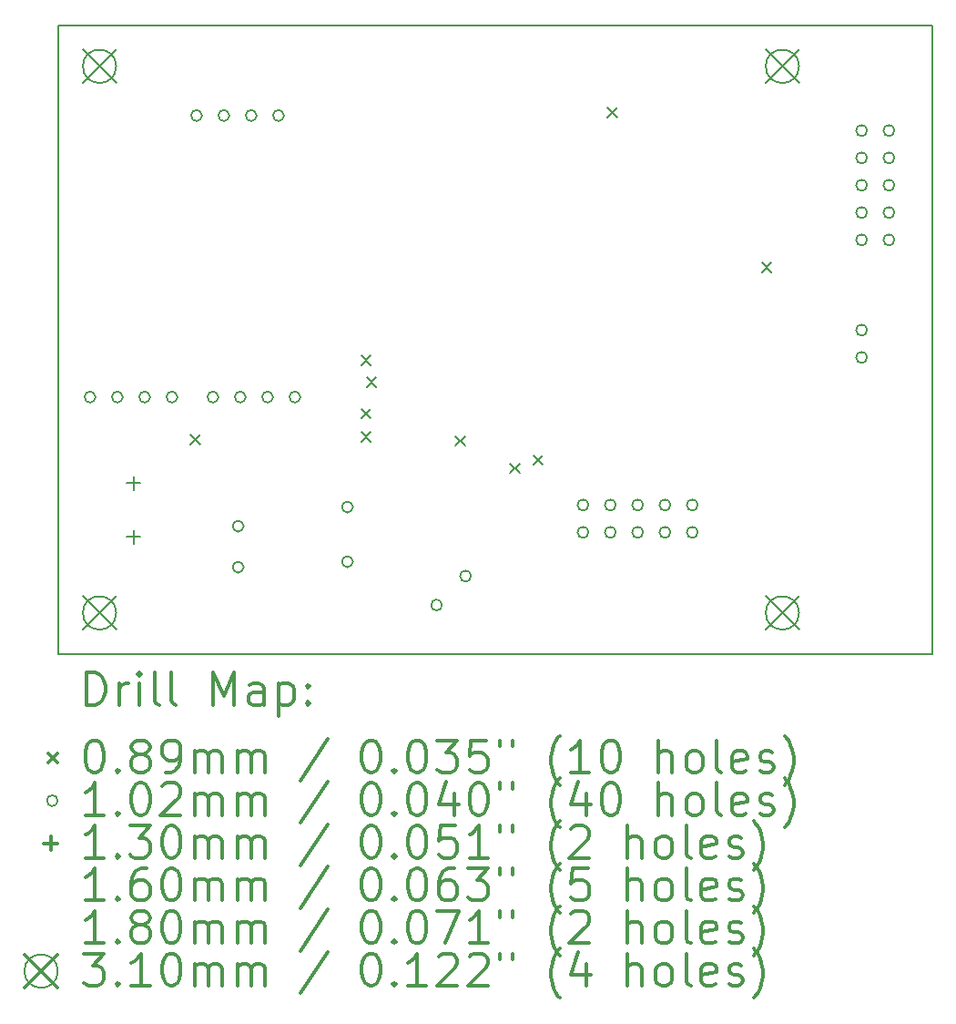
<source format=gbr>
%FSLAX45Y45*%
G04 Gerber Fmt 4.5, Leading zero omitted, Abs format (unit mm)*
G04 Created by KiCad (PCBNEW (2014-08-20 BZR 5085)-product) date Wed 10 Sep 2014 10:30:56 AM EEST*
%MOMM*%
G01*
G04 APERTURE LIST*
%ADD10C,0.127000*%
%ADD11C,0.150000*%
%ADD12C,0.200000*%
%ADD13C,0.300000*%
G04 APERTURE END LIST*
D10*
D11*
X0Y0D02*
X8128000Y0D01*
X0Y-5842000D02*
X0Y0D01*
X8128000Y-5842000D02*
X0Y-5842000D01*
X8128000Y0D02*
X8128000Y-5842000D01*
D12*
X1225550Y-3803650D02*
X1314450Y-3892550D01*
X1314450Y-3803650D02*
X1225550Y-3892550D01*
X2813050Y-3067050D02*
X2901950Y-3155950D01*
X2901950Y-3067050D02*
X2813050Y-3155950D01*
X2813050Y-3562350D02*
X2901950Y-3651250D01*
X2901950Y-3562350D02*
X2813050Y-3651250D01*
X2813050Y-3778250D02*
X2901950Y-3867150D01*
X2901950Y-3778250D02*
X2813050Y-3867150D01*
X2863850Y-3270250D02*
X2952750Y-3359150D01*
X2952750Y-3270250D02*
X2863850Y-3359150D01*
X3689350Y-3816350D02*
X3778250Y-3905250D01*
X3778250Y-3816350D02*
X3689350Y-3905250D01*
X4197350Y-4070350D02*
X4286250Y-4159250D01*
X4286250Y-4070350D02*
X4197350Y-4159250D01*
X4413250Y-3994150D02*
X4502150Y-4083050D01*
X4502150Y-3994150D02*
X4413250Y-4083050D01*
X5103659Y-766609D02*
X5192559Y-855509D01*
X5192559Y-766609D02*
X5103659Y-855509D01*
X6540500Y-2203450D02*
X6629400Y-2292350D01*
X6629400Y-2203450D02*
X6540500Y-2292350D01*
X342900Y-3454400D02*
G75*
G03X342900Y-3454400I-50800J0D01*
G74*
G01*
X596900Y-3454400D02*
G75*
G03X596900Y-3454400I-50800J0D01*
G74*
G01*
X850900Y-3454400D02*
G75*
G03X850900Y-3454400I-50800J0D01*
G74*
G01*
X1104900Y-3454400D02*
G75*
G03X1104900Y-3454400I-50800J0D01*
G74*
G01*
X1333500Y-838200D02*
G75*
G03X1333500Y-838200I-50800J0D01*
G74*
G01*
X1485900Y-3454400D02*
G75*
G03X1485900Y-3454400I-50800J0D01*
G74*
G01*
X1587500Y-838200D02*
G75*
G03X1587500Y-838200I-50800J0D01*
G74*
G01*
X1720850Y-4654550D02*
G75*
G03X1720850Y-4654550I-50800J0D01*
G74*
G01*
X1720850Y-5035550D02*
G75*
G03X1720850Y-5035550I-50800J0D01*
G74*
G01*
X1739900Y-3454400D02*
G75*
G03X1739900Y-3454400I-50800J0D01*
G74*
G01*
X1841500Y-838200D02*
G75*
G03X1841500Y-838200I-50800J0D01*
G74*
G01*
X1993900Y-3454400D02*
G75*
G03X1993900Y-3454400I-50800J0D01*
G74*
G01*
X2095500Y-838200D02*
G75*
G03X2095500Y-838200I-50800J0D01*
G74*
G01*
X2247900Y-3454400D02*
G75*
G03X2247900Y-3454400I-50800J0D01*
G74*
G01*
X2736850Y-4476750D02*
G75*
G03X2736850Y-4476750I-50800J0D01*
G74*
G01*
X2736850Y-4984750D02*
G75*
G03X2736850Y-4984750I-50800J0D01*
G74*
G01*
X3565992Y-5387508D02*
G75*
G03X3565992Y-5387508I-50800J0D01*
G74*
G01*
X3835400Y-5118100D02*
G75*
G03X3835400Y-5118100I-50800J0D01*
G74*
G01*
X4927600Y-4457700D02*
G75*
G03X4927600Y-4457700I-50800J0D01*
G74*
G01*
X4927600Y-4711700D02*
G75*
G03X4927600Y-4711700I-50800J0D01*
G74*
G01*
X5181600Y-4457700D02*
G75*
G03X5181600Y-4457700I-50800J0D01*
G74*
G01*
X5181600Y-4711700D02*
G75*
G03X5181600Y-4711700I-50800J0D01*
G74*
G01*
X5435600Y-4457700D02*
G75*
G03X5435600Y-4457700I-50800J0D01*
G74*
G01*
X5435600Y-4711700D02*
G75*
G03X5435600Y-4711700I-50800J0D01*
G74*
G01*
X5689600Y-4457700D02*
G75*
G03X5689600Y-4457700I-50800J0D01*
G74*
G01*
X5689600Y-4711700D02*
G75*
G03X5689600Y-4711700I-50800J0D01*
G74*
G01*
X5943600Y-4457700D02*
G75*
G03X5943600Y-4457700I-50800J0D01*
G74*
G01*
X5943600Y-4711700D02*
G75*
G03X5943600Y-4711700I-50800J0D01*
G74*
G01*
X7518400Y-977900D02*
G75*
G03X7518400Y-977900I-50800J0D01*
G74*
G01*
X7518400Y-1231900D02*
G75*
G03X7518400Y-1231900I-50800J0D01*
G74*
G01*
X7518400Y-1485900D02*
G75*
G03X7518400Y-1485900I-50800J0D01*
G74*
G01*
X7518400Y-1739900D02*
G75*
G03X7518400Y-1739900I-50800J0D01*
G74*
G01*
X7518400Y-1993900D02*
G75*
G03X7518400Y-1993900I-50800J0D01*
G74*
G01*
X7518400Y-2832100D02*
G75*
G03X7518400Y-2832100I-50800J0D01*
G74*
G01*
X7518400Y-3086100D02*
G75*
G03X7518400Y-3086100I-50800J0D01*
G74*
G01*
X7772400Y-977900D02*
G75*
G03X7772400Y-977900I-50800J0D01*
G74*
G01*
X7772400Y-1231900D02*
G75*
G03X7772400Y-1231900I-50800J0D01*
G74*
G01*
X7772400Y-1485900D02*
G75*
G03X7772400Y-1485900I-50800J0D01*
G74*
G01*
X7772400Y-1739900D02*
G75*
G03X7772400Y-1739900I-50800J0D01*
G74*
G01*
X7772400Y-1993900D02*
G75*
G03X7772400Y-1993900I-50800J0D01*
G74*
G01*
X698500Y-4189476D02*
X698500Y-4319524D01*
X633476Y-4254500D02*
X763524Y-4254500D01*
X698500Y-4689602D02*
X698500Y-4819650D01*
X633476Y-4754626D02*
X763524Y-4754626D01*
X225933Y-225933D02*
X536067Y-536067D01*
X536067Y-225933D02*
X225933Y-536067D01*
X536067Y-381000D02*
G75*
G03X536067Y-381000I-155067J0D01*
G74*
G01*
X225933Y-5305933D02*
X536067Y-5616067D01*
X536067Y-5305933D02*
X225933Y-5616067D01*
X536067Y-5461000D02*
G75*
G03X536067Y-5461000I-155067J0D01*
G74*
G01*
X6575933Y-225933D02*
X6886067Y-536067D01*
X6886067Y-225933D02*
X6575933Y-536067D01*
X6886067Y-381000D02*
G75*
G03X6886067Y-381000I-155067J0D01*
G74*
G01*
X6575933Y-5305933D02*
X6886067Y-5616067D01*
X6886067Y-5305933D02*
X6575933Y-5616067D01*
X6886067Y-5461000D02*
G75*
G03X6886067Y-5461000I-155067J0D01*
G74*
G01*
D13*
X263929Y-6315214D02*
X263929Y-6015214D01*
X335357Y-6015214D01*
X378214Y-6029500D01*
X406786Y-6058071D01*
X421071Y-6086643D01*
X435357Y-6143786D01*
X435357Y-6186643D01*
X421071Y-6243786D01*
X406786Y-6272357D01*
X378214Y-6300929D01*
X335357Y-6315214D01*
X263929Y-6315214D01*
X563929Y-6315214D02*
X563929Y-6115214D01*
X563929Y-6172357D02*
X578214Y-6143786D01*
X592500Y-6129500D01*
X621071Y-6115214D01*
X649643Y-6115214D01*
X749643Y-6315214D02*
X749643Y-6115214D01*
X749643Y-6015214D02*
X735357Y-6029500D01*
X749643Y-6043786D01*
X763928Y-6029500D01*
X749643Y-6015214D01*
X749643Y-6043786D01*
X935357Y-6315214D02*
X906786Y-6300929D01*
X892500Y-6272357D01*
X892500Y-6015214D01*
X1092500Y-6315214D02*
X1063929Y-6300929D01*
X1049643Y-6272357D01*
X1049643Y-6015214D01*
X1435357Y-6315214D02*
X1435357Y-6015214D01*
X1535357Y-6229500D01*
X1635357Y-6015214D01*
X1635357Y-6315214D01*
X1906786Y-6315214D02*
X1906786Y-6158071D01*
X1892500Y-6129500D01*
X1863928Y-6115214D01*
X1806786Y-6115214D01*
X1778214Y-6129500D01*
X1906786Y-6300929D02*
X1878214Y-6315214D01*
X1806786Y-6315214D01*
X1778214Y-6300929D01*
X1763928Y-6272357D01*
X1763928Y-6243786D01*
X1778214Y-6215214D01*
X1806786Y-6200929D01*
X1878214Y-6200929D01*
X1906786Y-6186643D01*
X2049643Y-6115214D02*
X2049643Y-6415214D01*
X2049643Y-6129500D02*
X2078214Y-6115214D01*
X2135357Y-6115214D01*
X2163929Y-6129500D01*
X2178214Y-6143786D01*
X2192500Y-6172357D01*
X2192500Y-6258071D01*
X2178214Y-6286643D01*
X2163929Y-6300929D01*
X2135357Y-6315214D01*
X2078214Y-6315214D01*
X2049643Y-6300929D01*
X2321071Y-6286643D02*
X2335357Y-6300929D01*
X2321071Y-6315214D01*
X2306786Y-6300929D01*
X2321071Y-6286643D01*
X2321071Y-6315214D01*
X2321071Y-6129500D02*
X2335357Y-6143786D01*
X2321071Y-6158071D01*
X2306786Y-6143786D01*
X2321071Y-6129500D01*
X2321071Y-6158071D01*
X-96400Y-6765050D02*
X-7500Y-6853950D01*
X-7500Y-6765050D02*
X-96400Y-6853950D01*
X321071Y-6645214D02*
X349643Y-6645214D01*
X378214Y-6659500D01*
X392500Y-6673786D01*
X406786Y-6702357D01*
X421071Y-6759500D01*
X421071Y-6830929D01*
X406786Y-6888071D01*
X392500Y-6916643D01*
X378214Y-6930929D01*
X349643Y-6945214D01*
X321071Y-6945214D01*
X292500Y-6930929D01*
X278214Y-6916643D01*
X263929Y-6888071D01*
X249643Y-6830929D01*
X249643Y-6759500D01*
X263929Y-6702357D01*
X278214Y-6673786D01*
X292500Y-6659500D01*
X321071Y-6645214D01*
X549643Y-6916643D02*
X563929Y-6930929D01*
X549643Y-6945214D01*
X535357Y-6930929D01*
X549643Y-6916643D01*
X549643Y-6945214D01*
X735357Y-6773786D02*
X706786Y-6759500D01*
X692500Y-6745214D01*
X678214Y-6716643D01*
X678214Y-6702357D01*
X692500Y-6673786D01*
X706786Y-6659500D01*
X735357Y-6645214D01*
X792500Y-6645214D01*
X821071Y-6659500D01*
X835357Y-6673786D01*
X849643Y-6702357D01*
X849643Y-6716643D01*
X835357Y-6745214D01*
X821071Y-6759500D01*
X792500Y-6773786D01*
X735357Y-6773786D01*
X706786Y-6788071D01*
X692500Y-6802357D01*
X678214Y-6830929D01*
X678214Y-6888071D01*
X692500Y-6916643D01*
X706786Y-6930929D01*
X735357Y-6945214D01*
X792500Y-6945214D01*
X821071Y-6930929D01*
X835357Y-6916643D01*
X849643Y-6888071D01*
X849643Y-6830929D01*
X835357Y-6802357D01*
X821071Y-6788071D01*
X792500Y-6773786D01*
X992500Y-6945214D02*
X1049643Y-6945214D01*
X1078214Y-6930929D01*
X1092500Y-6916643D01*
X1121071Y-6873786D01*
X1135357Y-6816643D01*
X1135357Y-6702357D01*
X1121071Y-6673786D01*
X1106786Y-6659500D01*
X1078214Y-6645214D01*
X1021071Y-6645214D01*
X992500Y-6659500D01*
X978214Y-6673786D01*
X963928Y-6702357D01*
X963928Y-6773786D01*
X978214Y-6802357D01*
X992500Y-6816643D01*
X1021071Y-6830929D01*
X1078214Y-6830929D01*
X1106786Y-6816643D01*
X1121071Y-6802357D01*
X1135357Y-6773786D01*
X1263929Y-6945214D02*
X1263929Y-6745214D01*
X1263929Y-6773786D02*
X1278214Y-6759500D01*
X1306786Y-6745214D01*
X1349643Y-6745214D01*
X1378214Y-6759500D01*
X1392500Y-6788071D01*
X1392500Y-6945214D01*
X1392500Y-6788071D02*
X1406786Y-6759500D01*
X1435357Y-6745214D01*
X1478214Y-6745214D01*
X1506786Y-6759500D01*
X1521071Y-6788071D01*
X1521071Y-6945214D01*
X1663928Y-6945214D02*
X1663928Y-6745214D01*
X1663928Y-6773786D02*
X1678214Y-6759500D01*
X1706786Y-6745214D01*
X1749643Y-6745214D01*
X1778214Y-6759500D01*
X1792500Y-6788071D01*
X1792500Y-6945214D01*
X1792500Y-6788071D02*
X1806786Y-6759500D01*
X1835357Y-6745214D01*
X1878214Y-6745214D01*
X1906786Y-6759500D01*
X1921071Y-6788071D01*
X1921071Y-6945214D01*
X2506786Y-6630929D02*
X2249643Y-7016643D01*
X2892500Y-6645214D02*
X2921071Y-6645214D01*
X2949643Y-6659500D01*
X2963928Y-6673786D01*
X2978214Y-6702357D01*
X2992500Y-6759500D01*
X2992500Y-6830929D01*
X2978214Y-6888071D01*
X2963928Y-6916643D01*
X2949643Y-6930929D01*
X2921071Y-6945214D01*
X2892500Y-6945214D01*
X2863928Y-6930929D01*
X2849643Y-6916643D01*
X2835357Y-6888071D01*
X2821071Y-6830929D01*
X2821071Y-6759500D01*
X2835357Y-6702357D01*
X2849643Y-6673786D01*
X2863928Y-6659500D01*
X2892500Y-6645214D01*
X3121071Y-6916643D02*
X3135357Y-6930929D01*
X3121071Y-6945214D01*
X3106786Y-6930929D01*
X3121071Y-6916643D01*
X3121071Y-6945214D01*
X3321071Y-6645214D02*
X3349643Y-6645214D01*
X3378214Y-6659500D01*
X3392500Y-6673786D01*
X3406785Y-6702357D01*
X3421071Y-6759500D01*
X3421071Y-6830929D01*
X3406785Y-6888071D01*
X3392500Y-6916643D01*
X3378214Y-6930929D01*
X3349643Y-6945214D01*
X3321071Y-6945214D01*
X3292500Y-6930929D01*
X3278214Y-6916643D01*
X3263928Y-6888071D01*
X3249643Y-6830929D01*
X3249643Y-6759500D01*
X3263928Y-6702357D01*
X3278214Y-6673786D01*
X3292500Y-6659500D01*
X3321071Y-6645214D01*
X3521071Y-6645214D02*
X3706785Y-6645214D01*
X3606785Y-6759500D01*
X3649643Y-6759500D01*
X3678214Y-6773786D01*
X3692500Y-6788071D01*
X3706785Y-6816643D01*
X3706785Y-6888071D01*
X3692500Y-6916643D01*
X3678214Y-6930929D01*
X3649643Y-6945214D01*
X3563928Y-6945214D01*
X3535357Y-6930929D01*
X3521071Y-6916643D01*
X3978214Y-6645214D02*
X3835357Y-6645214D01*
X3821071Y-6788071D01*
X3835357Y-6773786D01*
X3863928Y-6759500D01*
X3935357Y-6759500D01*
X3963928Y-6773786D01*
X3978214Y-6788071D01*
X3992500Y-6816643D01*
X3992500Y-6888071D01*
X3978214Y-6916643D01*
X3963928Y-6930929D01*
X3935357Y-6945214D01*
X3863928Y-6945214D01*
X3835357Y-6930929D01*
X3821071Y-6916643D01*
X4106786Y-6645214D02*
X4106786Y-6702357D01*
X4221071Y-6645214D02*
X4221071Y-6702357D01*
X4663928Y-7059500D02*
X4649643Y-7045214D01*
X4621071Y-7002357D01*
X4606786Y-6973786D01*
X4592500Y-6930929D01*
X4578214Y-6859500D01*
X4578214Y-6802357D01*
X4592500Y-6730929D01*
X4606786Y-6688071D01*
X4621071Y-6659500D01*
X4649643Y-6616643D01*
X4663928Y-6602357D01*
X4935357Y-6945214D02*
X4763928Y-6945214D01*
X4849643Y-6945214D02*
X4849643Y-6645214D01*
X4821071Y-6688071D01*
X4792500Y-6716643D01*
X4763928Y-6730929D01*
X5121071Y-6645214D02*
X5149643Y-6645214D01*
X5178214Y-6659500D01*
X5192500Y-6673786D01*
X5206786Y-6702357D01*
X5221071Y-6759500D01*
X5221071Y-6830929D01*
X5206786Y-6888071D01*
X5192500Y-6916643D01*
X5178214Y-6930929D01*
X5149643Y-6945214D01*
X5121071Y-6945214D01*
X5092500Y-6930929D01*
X5078214Y-6916643D01*
X5063928Y-6888071D01*
X5049643Y-6830929D01*
X5049643Y-6759500D01*
X5063928Y-6702357D01*
X5078214Y-6673786D01*
X5092500Y-6659500D01*
X5121071Y-6645214D01*
X5578214Y-6945214D02*
X5578214Y-6645214D01*
X5706785Y-6945214D02*
X5706785Y-6788071D01*
X5692500Y-6759500D01*
X5663928Y-6745214D01*
X5621071Y-6745214D01*
X5592500Y-6759500D01*
X5578214Y-6773786D01*
X5892500Y-6945214D02*
X5863928Y-6930929D01*
X5849643Y-6916643D01*
X5835357Y-6888071D01*
X5835357Y-6802357D01*
X5849643Y-6773786D01*
X5863928Y-6759500D01*
X5892500Y-6745214D01*
X5935357Y-6745214D01*
X5963928Y-6759500D01*
X5978214Y-6773786D01*
X5992500Y-6802357D01*
X5992500Y-6888071D01*
X5978214Y-6916643D01*
X5963928Y-6930929D01*
X5935357Y-6945214D01*
X5892500Y-6945214D01*
X6163928Y-6945214D02*
X6135357Y-6930929D01*
X6121071Y-6902357D01*
X6121071Y-6645214D01*
X6392500Y-6930929D02*
X6363928Y-6945214D01*
X6306786Y-6945214D01*
X6278214Y-6930929D01*
X6263928Y-6902357D01*
X6263928Y-6788071D01*
X6278214Y-6759500D01*
X6306786Y-6745214D01*
X6363928Y-6745214D01*
X6392500Y-6759500D01*
X6406786Y-6788071D01*
X6406786Y-6816643D01*
X6263928Y-6845214D01*
X6521071Y-6930929D02*
X6549643Y-6945214D01*
X6606786Y-6945214D01*
X6635357Y-6930929D01*
X6649643Y-6902357D01*
X6649643Y-6888071D01*
X6635357Y-6859500D01*
X6606786Y-6845214D01*
X6563928Y-6845214D01*
X6535357Y-6830929D01*
X6521071Y-6802357D01*
X6521071Y-6788071D01*
X6535357Y-6759500D01*
X6563928Y-6745214D01*
X6606786Y-6745214D01*
X6635357Y-6759500D01*
X6749643Y-7059500D02*
X6763928Y-7045214D01*
X6792500Y-7002357D01*
X6806786Y-6973786D01*
X6821071Y-6930929D01*
X6835357Y-6859500D01*
X6835357Y-6802357D01*
X6821071Y-6730929D01*
X6806786Y-6688071D01*
X6792500Y-6659500D01*
X6763928Y-6616643D01*
X6749643Y-6602357D01*
D12*
X-7500Y-7205500D02*
G75*
G03X-7500Y-7205500I-50800J0D01*
G74*
G01*
D13*
X421071Y-7341214D02*
X249643Y-7341214D01*
X335357Y-7341214D02*
X335357Y-7041214D01*
X306786Y-7084071D01*
X278214Y-7112643D01*
X249643Y-7126929D01*
X549643Y-7312643D02*
X563929Y-7326929D01*
X549643Y-7341214D01*
X535357Y-7326929D01*
X549643Y-7312643D01*
X549643Y-7341214D01*
X749643Y-7041214D02*
X778214Y-7041214D01*
X806786Y-7055500D01*
X821071Y-7069786D01*
X835357Y-7098357D01*
X849643Y-7155500D01*
X849643Y-7226929D01*
X835357Y-7284071D01*
X821071Y-7312643D01*
X806786Y-7326929D01*
X778214Y-7341214D01*
X749643Y-7341214D01*
X721071Y-7326929D01*
X706786Y-7312643D01*
X692500Y-7284071D01*
X678214Y-7226929D01*
X678214Y-7155500D01*
X692500Y-7098357D01*
X706786Y-7069786D01*
X721071Y-7055500D01*
X749643Y-7041214D01*
X963928Y-7069786D02*
X978214Y-7055500D01*
X1006786Y-7041214D01*
X1078214Y-7041214D01*
X1106786Y-7055500D01*
X1121071Y-7069786D01*
X1135357Y-7098357D01*
X1135357Y-7126929D01*
X1121071Y-7169786D01*
X949643Y-7341214D01*
X1135357Y-7341214D01*
X1263929Y-7341214D02*
X1263929Y-7141214D01*
X1263929Y-7169786D02*
X1278214Y-7155500D01*
X1306786Y-7141214D01*
X1349643Y-7141214D01*
X1378214Y-7155500D01*
X1392500Y-7184071D01*
X1392500Y-7341214D01*
X1392500Y-7184071D02*
X1406786Y-7155500D01*
X1435357Y-7141214D01*
X1478214Y-7141214D01*
X1506786Y-7155500D01*
X1521071Y-7184071D01*
X1521071Y-7341214D01*
X1663928Y-7341214D02*
X1663928Y-7141214D01*
X1663928Y-7169786D02*
X1678214Y-7155500D01*
X1706786Y-7141214D01*
X1749643Y-7141214D01*
X1778214Y-7155500D01*
X1792500Y-7184071D01*
X1792500Y-7341214D01*
X1792500Y-7184071D02*
X1806786Y-7155500D01*
X1835357Y-7141214D01*
X1878214Y-7141214D01*
X1906786Y-7155500D01*
X1921071Y-7184071D01*
X1921071Y-7341214D01*
X2506786Y-7026929D02*
X2249643Y-7412643D01*
X2892500Y-7041214D02*
X2921071Y-7041214D01*
X2949643Y-7055500D01*
X2963928Y-7069786D01*
X2978214Y-7098357D01*
X2992500Y-7155500D01*
X2992500Y-7226929D01*
X2978214Y-7284071D01*
X2963928Y-7312643D01*
X2949643Y-7326929D01*
X2921071Y-7341214D01*
X2892500Y-7341214D01*
X2863928Y-7326929D01*
X2849643Y-7312643D01*
X2835357Y-7284071D01*
X2821071Y-7226929D01*
X2821071Y-7155500D01*
X2835357Y-7098357D01*
X2849643Y-7069786D01*
X2863928Y-7055500D01*
X2892500Y-7041214D01*
X3121071Y-7312643D02*
X3135357Y-7326929D01*
X3121071Y-7341214D01*
X3106786Y-7326929D01*
X3121071Y-7312643D01*
X3121071Y-7341214D01*
X3321071Y-7041214D02*
X3349643Y-7041214D01*
X3378214Y-7055500D01*
X3392500Y-7069786D01*
X3406785Y-7098357D01*
X3421071Y-7155500D01*
X3421071Y-7226929D01*
X3406785Y-7284071D01*
X3392500Y-7312643D01*
X3378214Y-7326929D01*
X3349643Y-7341214D01*
X3321071Y-7341214D01*
X3292500Y-7326929D01*
X3278214Y-7312643D01*
X3263928Y-7284071D01*
X3249643Y-7226929D01*
X3249643Y-7155500D01*
X3263928Y-7098357D01*
X3278214Y-7069786D01*
X3292500Y-7055500D01*
X3321071Y-7041214D01*
X3678214Y-7141214D02*
X3678214Y-7341214D01*
X3606785Y-7026929D02*
X3535357Y-7241214D01*
X3721071Y-7241214D01*
X3892500Y-7041214D02*
X3921071Y-7041214D01*
X3949643Y-7055500D01*
X3963928Y-7069786D01*
X3978214Y-7098357D01*
X3992500Y-7155500D01*
X3992500Y-7226929D01*
X3978214Y-7284071D01*
X3963928Y-7312643D01*
X3949643Y-7326929D01*
X3921071Y-7341214D01*
X3892500Y-7341214D01*
X3863928Y-7326929D01*
X3849643Y-7312643D01*
X3835357Y-7284071D01*
X3821071Y-7226929D01*
X3821071Y-7155500D01*
X3835357Y-7098357D01*
X3849643Y-7069786D01*
X3863928Y-7055500D01*
X3892500Y-7041214D01*
X4106786Y-7041214D02*
X4106786Y-7098357D01*
X4221071Y-7041214D02*
X4221071Y-7098357D01*
X4663928Y-7455500D02*
X4649643Y-7441214D01*
X4621071Y-7398357D01*
X4606786Y-7369786D01*
X4592500Y-7326929D01*
X4578214Y-7255500D01*
X4578214Y-7198357D01*
X4592500Y-7126929D01*
X4606786Y-7084071D01*
X4621071Y-7055500D01*
X4649643Y-7012643D01*
X4663928Y-6998357D01*
X4906786Y-7141214D02*
X4906786Y-7341214D01*
X4835357Y-7026929D02*
X4763928Y-7241214D01*
X4949643Y-7241214D01*
X5121071Y-7041214D02*
X5149643Y-7041214D01*
X5178214Y-7055500D01*
X5192500Y-7069786D01*
X5206786Y-7098357D01*
X5221071Y-7155500D01*
X5221071Y-7226929D01*
X5206786Y-7284071D01*
X5192500Y-7312643D01*
X5178214Y-7326929D01*
X5149643Y-7341214D01*
X5121071Y-7341214D01*
X5092500Y-7326929D01*
X5078214Y-7312643D01*
X5063928Y-7284071D01*
X5049643Y-7226929D01*
X5049643Y-7155500D01*
X5063928Y-7098357D01*
X5078214Y-7069786D01*
X5092500Y-7055500D01*
X5121071Y-7041214D01*
X5578214Y-7341214D02*
X5578214Y-7041214D01*
X5706785Y-7341214D02*
X5706785Y-7184071D01*
X5692500Y-7155500D01*
X5663928Y-7141214D01*
X5621071Y-7141214D01*
X5592500Y-7155500D01*
X5578214Y-7169786D01*
X5892500Y-7341214D02*
X5863928Y-7326929D01*
X5849643Y-7312643D01*
X5835357Y-7284071D01*
X5835357Y-7198357D01*
X5849643Y-7169786D01*
X5863928Y-7155500D01*
X5892500Y-7141214D01*
X5935357Y-7141214D01*
X5963928Y-7155500D01*
X5978214Y-7169786D01*
X5992500Y-7198357D01*
X5992500Y-7284071D01*
X5978214Y-7312643D01*
X5963928Y-7326929D01*
X5935357Y-7341214D01*
X5892500Y-7341214D01*
X6163928Y-7341214D02*
X6135357Y-7326929D01*
X6121071Y-7298357D01*
X6121071Y-7041214D01*
X6392500Y-7326929D02*
X6363928Y-7341214D01*
X6306786Y-7341214D01*
X6278214Y-7326929D01*
X6263928Y-7298357D01*
X6263928Y-7184071D01*
X6278214Y-7155500D01*
X6306786Y-7141214D01*
X6363928Y-7141214D01*
X6392500Y-7155500D01*
X6406786Y-7184071D01*
X6406786Y-7212643D01*
X6263928Y-7241214D01*
X6521071Y-7326929D02*
X6549643Y-7341214D01*
X6606786Y-7341214D01*
X6635357Y-7326929D01*
X6649643Y-7298357D01*
X6649643Y-7284071D01*
X6635357Y-7255500D01*
X6606786Y-7241214D01*
X6563928Y-7241214D01*
X6535357Y-7226929D01*
X6521071Y-7198357D01*
X6521071Y-7184071D01*
X6535357Y-7155500D01*
X6563928Y-7141214D01*
X6606786Y-7141214D01*
X6635357Y-7155500D01*
X6749643Y-7455500D02*
X6763928Y-7441214D01*
X6792500Y-7398357D01*
X6806786Y-7369786D01*
X6821071Y-7326929D01*
X6835357Y-7255500D01*
X6835357Y-7198357D01*
X6821071Y-7126929D01*
X6806786Y-7084071D01*
X6792500Y-7055500D01*
X6763928Y-7012643D01*
X6749643Y-6998357D01*
X-72524Y-7536476D02*
X-72524Y-7666524D01*
X-137548Y-7601500D02*
X-7500Y-7601500D01*
X421071Y-7737214D02*
X249643Y-7737214D01*
X335357Y-7737214D02*
X335357Y-7437214D01*
X306786Y-7480071D01*
X278214Y-7508643D01*
X249643Y-7522929D01*
X549643Y-7708643D02*
X563929Y-7722929D01*
X549643Y-7737214D01*
X535357Y-7722929D01*
X549643Y-7708643D01*
X549643Y-7737214D01*
X663928Y-7437214D02*
X849643Y-7437214D01*
X749643Y-7551500D01*
X792500Y-7551500D01*
X821071Y-7565786D01*
X835357Y-7580071D01*
X849643Y-7608643D01*
X849643Y-7680071D01*
X835357Y-7708643D01*
X821071Y-7722929D01*
X792500Y-7737214D01*
X706786Y-7737214D01*
X678214Y-7722929D01*
X663928Y-7708643D01*
X1035357Y-7437214D02*
X1063929Y-7437214D01*
X1092500Y-7451500D01*
X1106786Y-7465786D01*
X1121071Y-7494357D01*
X1135357Y-7551500D01*
X1135357Y-7622929D01*
X1121071Y-7680071D01*
X1106786Y-7708643D01*
X1092500Y-7722929D01*
X1063929Y-7737214D01*
X1035357Y-7737214D01*
X1006786Y-7722929D01*
X992500Y-7708643D01*
X978214Y-7680071D01*
X963928Y-7622929D01*
X963928Y-7551500D01*
X978214Y-7494357D01*
X992500Y-7465786D01*
X1006786Y-7451500D01*
X1035357Y-7437214D01*
X1263929Y-7737214D02*
X1263929Y-7537214D01*
X1263929Y-7565786D02*
X1278214Y-7551500D01*
X1306786Y-7537214D01*
X1349643Y-7537214D01*
X1378214Y-7551500D01*
X1392500Y-7580071D01*
X1392500Y-7737214D01*
X1392500Y-7580071D02*
X1406786Y-7551500D01*
X1435357Y-7537214D01*
X1478214Y-7537214D01*
X1506786Y-7551500D01*
X1521071Y-7580071D01*
X1521071Y-7737214D01*
X1663928Y-7737214D02*
X1663928Y-7537214D01*
X1663928Y-7565786D02*
X1678214Y-7551500D01*
X1706786Y-7537214D01*
X1749643Y-7537214D01*
X1778214Y-7551500D01*
X1792500Y-7580071D01*
X1792500Y-7737214D01*
X1792500Y-7580071D02*
X1806786Y-7551500D01*
X1835357Y-7537214D01*
X1878214Y-7537214D01*
X1906786Y-7551500D01*
X1921071Y-7580071D01*
X1921071Y-7737214D01*
X2506786Y-7422929D02*
X2249643Y-7808643D01*
X2892500Y-7437214D02*
X2921071Y-7437214D01*
X2949643Y-7451500D01*
X2963928Y-7465786D01*
X2978214Y-7494357D01*
X2992500Y-7551500D01*
X2992500Y-7622929D01*
X2978214Y-7680071D01*
X2963928Y-7708643D01*
X2949643Y-7722929D01*
X2921071Y-7737214D01*
X2892500Y-7737214D01*
X2863928Y-7722929D01*
X2849643Y-7708643D01*
X2835357Y-7680071D01*
X2821071Y-7622929D01*
X2821071Y-7551500D01*
X2835357Y-7494357D01*
X2849643Y-7465786D01*
X2863928Y-7451500D01*
X2892500Y-7437214D01*
X3121071Y-7708643D02*
X3135357Y-7722929D01*
X3121071Y-7737214D01*
X3106786Y-7722929D01*
X3121071Y-7708643D01*
X3121071Y-7737214D01*
X3321071Y-7437214D02*
X3349643Y-7437214D01*
X3378214Y-7451500D01*
X3392500Y-7465786D01*
X3406785Y-7494357D01*
X3421071Y-7551500D01*
X3421071Y-7622929D01*
X3406785Y-7680071D01*
X3392500Y-7708643D01*
X3378214Y-7722929D01*
X3349643Y-7737214D01*
X3321071Y-7737214D01*
X3292500Y-7722929D01*
X3278214Y-7708643D01*
X3263928Y-7680071D01*
X3249643Y-7622929D01*
X3249643Y-7551500D01*
X3263928Y-7494357D01*
X3278214Y-7465786D01*
X3292500Y-7451500D01*
X3321071Y-7437214D01*
X3692500Y-7437214D02*
X3549643Y-7437214D01*
X3535357Y-7580071D01*
X3549643Y-7565786D01*
X3578214Y-7551500D01*
X3649643Y-7551500D01*
X3678214Y-7565786D01*
X3692500Y-7580071D01*
X3706785Y-7608643D01*
X3706785Y-7680071D01*
X3692500Y-7708643D01*
X3678214Y-7722929D01*
X3649643Y-7737214D01*
X3578214Y-7737214D01*
X3549643Y-7722929D01*
X3535357Y-7708643D01*
X3992500Y-7737214D02*
X3821071Y-7737214D01*
X3906785Y-7737214D02*
X3906785Y-7437214D01*
X3878214Y-7480071D01*
X3849643Y-7508643D01*
X3821071Y-7522929D01*
X4106786Y-7437214D02*
X4106786Y-7494357D01*
X4221071Y-7437214D02*
X4221071Y-7494357D01*
X4663928Y-7851500D02*
X4649643Y-7837214D01*
X4621071Y-7794357D01*
X4606786Y-7765786D01*
X4592500Y-7722929D01*
X4578214Y-7651500D01*
X4578214Y-7594357D01*
X4592500Y-7522929D01*
X4606786Y-7480071D01*
X4621071Y-7451500D01*
X4649643Y-7408643D01*
X4663928Y-7394357D01*
X4763928Y-7465786D02*
X4778214Y-7451500D01*
X4806786Y-7437214D01*
X4878214Y-7437214D01*
X4906786Y-7451500D01*
X4921071Y-7465786D01*
X4935357Y-7494357D01*
X4935357Y-7522929D01*
X4921071Y-7565786D01*
X4749643Y-7737214D01*
X4935357Y-7737214D01*
X5292500Y-7737214D02*
X5292500Y-7437214D01*
X5421071Y-7737214D02*
X5421071Y-7580071D01*
X5406786Y-7551500D01*
X5378214Y-7537214D01*
X5335357Y-7537214D01*
X5306786Y-7551500D01*
X5292500Y-7565786D01*
X5606785Y-7737214D02*
X5578214Y-7722929D01*
X5563928Y-7708643D01*
X5549643Y-7680071D01*
X5549643Y-7594357D01*
X5563928Y-7565786D01*
X5578214Y-7551500D01*
X5606785Y-7537214D01*
X5649643Y-7537214D01*
X5678214Y-7551500D01*
X5692500Y-7565786D01*
X5706785Y-7594357D01*
X5706785Y-7680071D01*
X5692500Y-7708643D01*
X5678214Y-7722929D01*
X5649643Y-7737214D01*
X5606785Y-7737214D01*
X5878214Y-7737214D02*
X5849643Y-7722929D01*
X5835357Y-7694357D01*
X5835357Y-7437214D01*
X6106786Y-7722929D02*
X6078214Y-7737214D01*
X6021071Y-7737214D01*
X5992500Y-7722929D01*
X5978214Y-7694357D01*
X5978214Y-7580071D01*
X5992500Y-7551500D01*
X6021071Y-7537214D01*
X6078214Y-7537214D01*
X6106786Y-7551500D01*
X6121071Y-7580071D01*
X6121071Y-7608643D01*
X5978214Y-7637214D01*
X6235357Y-7722929D02*
X6263928Y-7737214D01*
X6321071Y-7737214D01*
X6349643Y-7722929D01*
X6363928Y-7694357D01*
X6363928Y-7680071D01*
X6349643Y-7651500D01*
X6321071Y-7637214D01*
X6278214Y-7637214D01*
X6249643Y-7622929D01*
X6235357Y-7594357D01*
X6235357Y-7580071D01*
X6249643Y-7551500D01*
X6278214Y-7537214D01*
X6321071Y-7537214D01*
X6349643Y-7551500D01*
X6463928Y-7851500D02*
X6478214Y-7837214D01*
X6506786Y-7794357D01*
X6521071Y-7765786D01*
X6535357Y-7722929D01*
X6549643Y-7651500D01*
X6549643Y-7594357D01*
X6535357Y-7522929D01*
X6521071Y-7480071D01*
X6506786Y-7451500D01*
X6478214Y-7408643D01*
X6463928Y-7394357D01*
D12*
D13*
X421071Y-8133214D02*
X249643Y-8133214D01*
X335357Y-8133214D02*
X335357Y-7833214D01*
X306786Y-7876071D01*
X278214Y-7904643D01*
X249643Y-7918929D01*
X549643Y-8104643D02*
X563929Y-8118929D01*
X549643Y-8133214D01*
X535357Y-8118929D01*
X549643Y-8104643D01*
X549643Y-8133214D01*
X821071Y-7833214D02*
X763928Y-7833214D01*
X735357Y-7847500D01*
X721071Y-7861786D01*
X692500Y-7904643D01*
X678214Y-7961786D01*
X678214Y-8076071D01*
X692500Y-8104643D01*
X706786Y-8118929D01*
X735357Y-8133214D01*
X792500Y-8133214D01*
X821071Y-8118929D01*
X835357Y-8104643D01*
X849643Y-8076071D01*
X849643Y-8004643D01*
X835357Y-7976071D01*
X821071Y-7961786D01*
X792500Y-7947500D01*
X735357Y-7947500D01*
X706786Y-7961786D01*
X692500Y-7976071D01*
X678214Y-8004643D01*
X1035357Y-7833214D02*
X1063929Y-7833214D01*
X1092500Y-7847500D01*
X1106786Y-7861786D01*
X1121071Y-7890357D01*
X1135357Y-7947500D01*
X1135357Y-8018929D01*
X1121071Y-8076071D01*
X1106786Y-8104643D01*
X1092500Y-8118929D01*
X1063929Y-8133214D01*
X1035357Y-8133214D01*
X1006786Y-8118929D01*
X992500Y-8104643D01*
X978214Y-8076071D01*
X963928Y-8018929D01*
X963928Y-7947500D01*
X978214Y-7890357D01*
X992500Y-7861786D01*
X1006786Y-7847500D01*
X1035357Y-7833214D01*
X1263929Y-8133214D02*
X1263929Y-7933214D01*
X1263929Y-7961786D02*
X1278214Y-7947500D01*
X1306786Y-7933214D01*
X1349643Y-7933214D01*
X1378214Y-7947500D01*
X1392500Y-7976071D01*
X1392500Y-8133214D01*
X1392500Y-7976071D02*
X1406786Y-7947500D01*
X1435357Y-7933214D01*
X1478214Y-7933214D01*
X1506786Y-7947500D01*
X1521071Y-7976071D01*
X1521071Y-8133214D01*
X1663928Y-8133214D02*
X1663928Y-7933214D01*
X1663928Y-7961786D02*
X1678214Y-7947500D01*
X1706786Y-7933214D01*
X1749643Y-7933214D01*
X1778214Y-7947500D01*
X1792500Y-7976071D01*
X1792500Y-8133214D01*
X1792500Y-7976071D02*
X1806786Y-7947500D01*
X1835357Y-7933214D01*
X1878214Y-7933214D01*
X1906786Y-7947500D01*
X1921071Y-7976071D01*
X1921071Y-8133214D01*
X2506786Y-7818929D02*
X2249643Y-8204643D01*
X2892500Y-7833214D02*
X2921071Y-7833214D01*
X2949643Y-7847500D01*
X2963928Y-7861786D01*
X2978214Y-7890357D01*
X2992500Y-7947500D01*
X2992500Y-8018929D01*
X2978214Y-8076071D01*
X2963928Y-8104643D01*
X2949643Y-8118929D01*
X2921071Y-8133214D01*
X2892500Y-8133214D01*
X2863928Y-8118929D01*
X2849643Y-8104643D01*
X2835357Y-8076071D01*
X2821071Y-8018929D01*
X2821071Y-7947500D01*
X2835357Y-7890357D01*
X2849643Y-7861786D01*
X2863928Y-7847500D01*
X2892500Y-7833214D01*
X3121071Y-8104643D02*
X3135357Y-8118929D01*
X3121071Y-8133214D01*
X3106786Y-8118929D01*
X3121071Y-8104643D01*
X3121071Y-8133214D01*
X3321071Y-7833214D02*
X3349643Y-7833214D01*
X3378214Y-7847500D01*
X3392500Y-7861786D01*
X3406785Y-7890357D01*
X3421071Y-7947500D01*
X3421071Y-8018929D01*
X3406785Y-8076071D01*
X3392500Y-8104643D01*
X3378214Y-8118929D01*
X3349643Y-8133214D01*
X3321071Y-8133214D01*
X3292500Y-8118929D01*
X3278214Y-8104643D01*
X3263928Y-8076071D01*
X3249643Y-8018929D01*
X3249643Y-7947500D01*
X3263928Y-7890357D01*
X3278214Y-7861786D01*
X3292500Y-7847500D01*
X3321071Y-7833214D01*
X3678214Y-7833214D02*
X3621071Y-7833214D01*
X3592500Y-7847500D01*
X3578214Y-7861786D01*
X3549643Y-7904643D01*
X3535357Y-7961786D01*
X3535357Y-8076071D01*
X3549643Y-8104643D01*
X3563928Y-8118929D01*
X3592500Y-8133214D01*
X3649643Y-8133214D01*
X3678214Y-8118929D01*
X3692500Y-8104643D01*
X3706785Y-8076071D01*
X3706785Y-8004643D01*
X3692500Y-7976071D01*
X3678214Y-7961786D01*
X3649643Y-7947500D01*
X3592500Y-7947500D01*
X3563928Y-7961786D01*
X3549643Y-7976071D01*
X3535357Y-8004643D01*
X3806785Y-7833214D02*
X3992500Y-7833214D01*
X3892500Y-7947500D01*
X3935357Y-7947500D01*
X3963928Y-7961786D01*
X3978214Y-7976071D01*
X3992500Y-8004643D01*
X3992500Y-8076071D01*
X3978214Y-8104643D01*
X3963928Y-8118929D01*
X3935357Y-8133214D01*
X3849643Y-8133214D01*
X3821071Y-8118929D01*
X3806785Y-8104643D01*
X4106786Y-7833214D02*
X4106786Y-7890357D01*
X4221071Y-7833214D02*
X4221071Y-7890357D01*
X4663928Y-8247500D02*
X4649643Y-8233214D01*
X4621071Y-8190357D01*
X4606786Y-8161786D01*
X4592500Y-8118929D01*
X4578214Y-8047500D01*
X4578214Y-7990357D01*
X4592500Y-7918929D01*
X4606786Y-7876071D01*
X4621071Y-7847500D01*
X4649643Y-7804643D01*
X4663928Y-7790357D01*
X4921071Y-7833214D02*
X4778214Y-7833214D01*
X4763928Y-7976071D01*
X4778214Y-7961786D01*
X4806786Y-7947500D01*
X4878214Y-7947500D01*
X4906786Y-7961786D01*
X4921071Y-7976071D01*
X4935357Y-8004643D01*
X4935357Y-8076071D01*
X4921071Y-8104643D01*
X4906786Y-8118929D01*
X4878214Y-8133214D01*
X4806786Y-8133214D01*
X4778214Y-8118929D01*
X4763928Y-8104643D01*
X5292500Y-8133214D02*
X5292500Y-7833214D01*
X5421071Y-8133214D02*
X5421071Y-7976071D01*
X5406786Y-7947500D01*
X5378214Y-7933214D01*
X5335357Y-7933214D01*
X5306786Y-7947500D01*
X5292500Y-7961786D01*
X5606785Y-8133214D02*
X5578214Y-8118929D01*
X5563928Y-8104643D01*
X5549643Y-8076071D01*
X5549643Y-7990357D01*
X5563928Y-7961786D01*
X5578214Y-7947500D01*
X5606785Y-7933214D01*
X5649643Y-7933214D01*
X5678214Y-7947500D01*
X5692500Y-7961786D01*
X5706785Y-7990357D01*
X5706785Y-8076071D01*
X5692500Y-8104643D01*
X5678214Y-8118929D01*
X5649643Y-8133214D01*
X5606785Y-8133214D01*
X5878214Y-8133214D02*
X5849643Y-8118929D01*
X5835357Y-8090357D01*
X5835357Y-7833214D01*
X6106786Y-8118929D02*
X6078214Y-8133214D01*
X6021071Y-8133214D01*
X5992500Y-8118929D01*
X5978214Y-8090357D01*
X5978214Y-7976071D01*
X5992500Y-7947500D01*
X6021071Y-7933214D01*
X6078214Y-7933214D01*
X6106786Y-7947500D01*
X6121071Y-7976071D01*
X6121071Y-8004643D01*
X5978214Y-8033214D01*
X6235357Y-8118929D02*
X6263928Y-8133214D01*
X6321071Y-8133214D01*
X6349643Y-8118929D01*
X6363928Y-8090357D01*
X6363928Y-8076071D01*
X6349643Y-8047500D01*
X6321071Y-8033214D01*
X6278214Y-8033214D01*
X6249643Y-8018929D01*
X6235357Y-7990357D01*
X6235357Y-7976071D01*
X6249643Y-7947500D01*
X6278214Y-7933214D01*
X6321071Y-7933214D01*
X6349643Y-7947500D01*
X6463928Y-8247500D02*
X6478214Y-8233214D01*
X6506786Y-8190357D01*
X6521071Y-8161786D01*
X6535357Y-8118929D01*
X6549643Y-8047500D01*
X6549643Y-7990357D01*
X6535357Y-7918929D01*
X6521071Y-7876071D01*
X6506786Y-7847500D01*
X6478214Y-7804643D01*
X6463928Y-7790357D01*
D12*
D13*
X421071Y-8529214D02*
X249643Y-8529214D01*
X335357Y-8529214D02*
X335357Y-8229214D01*
X306786Y-8272071D01*
X278214Y-8300643D01*
X249643Y-8314929D01*
X549643Y-8500643D02*
X563929Y-8514929D01*
X549643Y-8529214D01*
X535357Y-8514929D01*
X549643Y-8500643D01*
X549643Y-8529214D01*
X735357Y-8357786D02*
X706786Y-8343500D01*
X692500Y-8329214D01*
X678214Y-8300643D01*
X678214Y-8286357D01*
X692500Y-8257786D01*
X706786Y-8243500D01*
X735357Y-8229214D01*
X792500Y-8229214D01*
X821071Y-8243500D01*
X835357Y-8257786D01*
X849643Y-8286357D01*
X849643Y-8300643D01*
X835357Y-8329214D01*
X821071Y-8343500D01*
X792500Y-8357786D01*
X735357Y-8357786D01*
X706786Y-8372071D01*
X692500Y-8386357D01*
X678214Y-8414929D01*
X678214Y-8472072D01*
X692500Y-8500643D01*
X706786Y-8514929D01*
X735357Y-8529214D01*
X792500Y-8529214D01*
X821071Y-8514929D01*
X835357Y-8500643D01*
X849643Y-8472072D01*
X849643Y-8414929D01*
X835357Y-8386357D01*
X821071Y-8372071D01*
X792500Y-8357786D01*
X1035357Y-8229214D02*
X1063929Y-8229214D01*
X1092500Y-8243500D01*
X1106786Y-8257786D01*
X1121071Y-8286357D01*
X1135357Y-8343500D01*
X1135357Y-8414929D01*
X1121071Y-8472072D01*
X1106786Y-8500643D01*
X1092500Y-8514929D01*
X1063929Y-8529214D01*
X1035357Y-8529214D01*
X1006786Y-8514929D01*
X992500Y-8500643D01*
X978214Y-8472072D01*
X963928Y-8414929D01*
X963928Y-8343500D01*
X978214Y-8286357D01*
X992500Y-8257786D01*
X1006786Y-8243500D01*
X1035357Y-8229214D01*
X1263929Y-8529214D02*
X1263929Y-8329214D01*
X1263929Y-8357786D02*
X1278214Y-8343500D01*
X1306786Y-8329214D01*
X1349643Y-8329214D01*
X1378214Y-8343500D01*
X1392500Y-8372071D01*
X1392500Y-8529214D01*
X1392500Y-8372071D02*
X1406786Y-8343500D01*
X1435357Y-8329214D01*
X1478214Y-8329214D01*
X1506786Y-8343500D01*
X1521071Y-8372071D01*
X1521071Y-8529214D01*
X1663928Y-8529214D02*
X1663928Y-8329214D01*
X1663928Y-8357786D02*
X1678214Y-8343500D01*
X1706786Y-8329214D01*
X1749643Y-8329214D01*
X1778214Y-8343500D01*
X1792500Y-8372071D01*
X1792500Y-8529214D01*
X1792500Y-8372071D02*
X1806786Y-8343500D01*
X1835357Y-8329214D01*
X1878214Y-8329214D01*
X1906786Y-8343500D01*
X1921071Y-8372071D01*
X1921071Y-8529214D01*
X2506786Y-8214929D02*
X2249643Y-8600643D01*
X2892500Y-8229214D02*
X2921071Y-8229214D01*
X2949643Y-8243500D01*
X2963928Y-8257786D01*
X2978214Y-8286357D01*
X2992500Y-8343500D01*
X2992500Y-8414929D01*
X2978214Y-8472072D01*
X2963928Y-8500643D01*
X2949643Y-8514929D01*
X2921071Y-8529214D01*
X2892500Y-8529214D01*
X2863928Y-8514929D01*
X2849643Y-8500643D01*
X2835357Y-8472072D01*
X2821071Y-8414929D01*
X2821071Y-8343500D01*
X2835357Y-8286357D01*
X2849643Y-8257786D01*
X2863928Y-8243500D01*
X2892500Y-8229214D01*
X3121071Y-8500643D02*
X3135357Y-8514929D01*
X3121071Y-8529214D01*
X3106786Y-8514929D01*
X3121071Y-8500643D01*
X3121071Y-8529214D01*
X3321071Y-8229214D02*
X3349643Y-8229214D01*
X3378214Y-8243500D01*
X3392500Y-8257786D01*
X3406785Y-8286357D01*
X3421071Y-8343500D01*
X3421071Y-8414929D01*
X3406785Y-8472072D01*
X3392500Y-8500643D01*
X3378214Y-8514929D01*
X3349643Y-8529214D01*
X3321071Y-8529214D01*
X3292500Y-8514929D01*
X3278214Y-8500643D01*
X3263928Y-8472072D01*
X3249643Y-8414929D01*
X3249643Y-8343500D01*
X3263928Y-8286357D01*
X3278214Y-8257786D01*
X3292500Y-8243500D01*
X3321071Y-8229214D01*
X3521071Y-8229214D02*
X3721071Y-8229214D01*
X3592500Y-8529214D01*
X3992500Y-8529214D02*
X3821071Y-8529214D01*
X3906785Y-8529214D02*
X3906785Y-8229214D01*
X3878214Y-8272071D01*
X3849643Y-8300643D01*
X3821071Y-8314929D01*
X4106786Y-8229214D02*
X4106786Y-8286357D01*
X4221071Y-8229214D02*
X4221071Y-8286357D01*
X4663928Y-8643500D02*
X4649643Y-8629214D01*
X4621071Y-8586357D01*
X4606786Y-8557786D01*
X4592500Y-8514929D01*
X4578214Y-8443500D01*
X4578214Y-8386357D01*
X4592500Y-8314929D01*
X4606786Y-8272071D01*
X4621071Y-8243500D01*
X4649643Y-8200643D01*
X4663928Y-8186357D01*
X4763928Y-8257786D02*
X4778214Y-8243500D01*
X4806786Y-8229214D01*
X4878214Y-8229214D01*
X4906786Y-8243500D01*
X4921071Y-8257786D01*
X4935357Y-8286357D01*
X4935357Y-8314929D01*
X4921071Y-8357786D01*
X4749643Y-8529214D01*
X4935357Y-8529214D01*
X5292500Y-8529214D02*
X5292500Y-8229214D01*
X5421071Y-8529214D02*
X5421071Y-8372071D01*
X5406786Y-8343500D01*
X5378214Y-8329214D01*
X5335357Y-8329214D01*
X5306786Y-8343500D01*
X5292500Y-8357786D01*
X5606785Y-8529214D02*
X5578214Y-8514929D01*
X5563928Y-8500643D01*
X5549643Y-8472072D01*
X5549643Y-8386357D01*
X5563928Y-8357786D01*
X5578214Y-8343500D01*
X5606785Y-8329214D01*
X5649643Y-8329214D01*
X5678214Y-8343500D01*
X5692500Y-8357786D01*
X5706785Y-8386357D01*
X5706785Y-8472072D01*
X5692500Y-8500643D01*
X5678214Y-8514929D01*
X5649643Y-8529214D01*
X5606785Y-8529214D01*
X5878214Y-8529214D02*
X5849643Y-8514929D01*
X5835357Y-8486357D01*
X5835357Y-8229214D01*
X6106786Y-8514929D02*
X6078214Y-8529214D01*
X6021071Y-8529214D01*
X5992500Y-8514929D01*
X5978214Y-8486357D01*
X5978214Y-8372071D01*
X5992500Y-8343500D01*
X6021071Y-8329214D01*
X6078214Y-8329214D01*
X6106786Y-8343500D01*
X6121071Y-8372071D01*
X6121071Y-8400643D01*
X5978214Y-8429214D01*
X6235357Y-8514929D02*
X6263928Y-8529214D01*
X6321071Y-8529214D01*
X6349643Y-8514929D01*
X6363928Y-8486357D01*
X6363928Y-8472072D01*
X6349643Y-8443500D01*
X6321071Y-8429214D01*
X6278214Y-8429214D01*
X6249643Y-8414929D01*
X6235357Y-8386357D01*
X6235357Y-8372071D01*
X6249643Y-8343500D01*
X6278214Y-8329214D01*
X6321071Y-8329214D01*
X6349643Y-8343500D01*
X6463928Y-8643500D02*
X6478214Y-8629214D01*
X6506786Y-8586357D01*
X6521071Y-8557786D01*
X6535357Y-8514929D01*
X6549643Y-8443500D01*
X6549643Y-8386357D01*
X6535357Y-8314929D01*
X6521071Y-8272071D01*
X6506786Y-8243500D01*
X6478214Y-8200643D01*
X6463928Y-8186357D01*
X-317634Y-8634433D02*
X-7500Y-8944567D01*
X-7500Y-8634433D02*
X-317634Y-8944567D01*
D12*
X-7500Y-8789500D02*
G75*
G03X-7500Y-8789500I-155067J0D01*
G74*
G01*
D13*
X235357Y-8625214D02*
X421071Y-8625214D01*
X321071Y-8739500D01*
X363928Y-8739500D01*
X392500Y-8753786D01*
X406786Y-8768072D01*
X421071Y-8796643D01*
X421071Y-8868072D01*
X406786Y-8896643D01*
X392500Y-8910929D01*
X363928Y-8925214D01*
X278214Y-8925214D01*
X249643Y-8910929D01*
X235357Y-8896643D01*
X549643Y-8896643D02*
X563929Y-8910929D01*
X549643Y-8925214D01*
X535357Y-8910929D01*
X549643Y-8896643D01*
X549643Y-8925214D01*
X849643Y-8925214D02*
X678214Y-8925214D01*
X763928Y-8925214D02*
X763928Y-8625214D01*
X735357Y-8668072D01*
X706786Y-8696643D01*
X678214Y-8710929D01*
X1035357Y-8625214D02*
X1063929Y-8625214D01*
X1092500Y-8639500D01*
X1106786Y-8653786D01*
X1121071Y-8682357D01*
X1135357Y-8739500D01*
X1135357Y-8810929D01*
X1121071Y-8868072D01*
X1106786Y-8896643D01*
X1092500Y-8910929D01*
X1063929Y-8925214D01*
X1035357Y-8925214D01*
X1006786Y-8910929D01*
X992500Y-8896643D01*
X978214Y-8868072D01*
X963928Y-8810929D01*
X963928Y-8739500D01*
X978214Y-8682357D01*
X992500Y-8653786D01*
X1006786Y-8639500D01*
X1035357Y-8625214D01*
X1263929Y-8925214D02*
X1263929Y-8725214D01*
X1263929Y-8753786D02*
X1278214Y-8739500D01*
X1306786Y-8725214D01*
X1349643Y-8725214D01*
X1378214Y-8739500D01*
X1392500Y-8768072D01*
X1392500Y-8925214D01*
X1392500Y-8768072D02*
X1406786Y-8739500D01*
X1435357Y-8725214D01*
X1478214Y-8725214D01*
X1506786Y-8739500D01*
X1521071Y-8768072D01*
X1521071Y-8925214D01*
X1663928Y-8925214D02*
X1663928Y-8725214D01*
X1663928Y-8753786D02*
X1678214Y-8739500D01*
X1706786Y-8725214D01*
X1749643Y-8725214D01*
X1778214Y-8739500D01*
X1792500Y-8768072D01*
X1792500Y-8925214D01*
X1792500Y-8768072D02*
X1806786Y-8739500D01*
X1835357Y-8725214D01*
X1878214Y-8725214D01*
X1906786Y-8739500D01*
X1921071Y-8768072D01*
X1921071Y-8925214D01*
X2506786Y-8610929D02*
X2249643Y-8996643D01*
X2892500Y-8625214D02*
X2921071Y-8625214D01*
X2949643Y-8639500D01*
X2963928Y-8653786D01*
X2978214Y-8682357D01*
X2992500Y-8739500D01*
X2992500Y-8810929D01*
X2978214Y-8868072D01*
X2963928Y-8896643D01*
X2949643Y-8910929D01*
X2921071Y-8925214D01*
X2892500Y-8925214D01*
X2863928Y-8910929D01*
X2849643Y-8896643D01*
X2835357Y-8868072D01*
X2821071Y-8810929D01*
X2821071Y-8739500D01*
X2835357Y-8682357D01*
X2849643Y-8653786D01*
X2863928Y-8639500D01*
X2892500Y-8625214D01*
X3121071Y-8896643D02*
X3135357Y-8910929D01*
X3121071Y-8925214D01*
X3106786Y-8910929D01*
X3121071Y-8896643D01*
X3121071Y-8925214D01*
X3421071Y-8925214D02*
X3249643Y-8925214D01*
X3335357Y-8925214D02*
X3335357Y-8625214D01*
X3306785Y-8668072D01*
X3278214Y-8696643D01*
X3249643Y-8710929D01*
X3535357Y-8653786D02*
X3549643Y-8639500D01*
X3578214Y-8625214D01*
X3649643Y-8625214D01*
X3678214Y-8639500D01*
X3692500Y-8653786D01*
X3706785Y-8682357D01*
X3706785Y-8710929D01*
X3692500Y-8753786D01*
X3521071Y-8925214D01*
X3706785Y-8925214D01*
X3821071Y-8653786D02*
X3835357Y-8639500D01*
X3863928Y-8625214D01*
X3935357Y-8625214D01*
X3963928Y-8639500D01*
X3978214Y-8653786D01*
X3992500Y-8682357D01*
X3992500Y-8710929D01*
X3978214Y-8753786D01*
X3806785Y-8925214D01*
X3992500Y-8925214D01*
X4106786Y-8625214D02*
X4106786Y-8682357D01*
X4221071Y-8625214D02*
X4221071Y-8682357D01*
X4663928Y-9039500D02*
X4649643Y-9025214D01*
X4621071Y-8982357D01*
X4606786Y-8953786D01*
X4592500Y-8910929D01*
X4578214Y-8839500D01*
X4578214Y-8782357D01*
X4592500Y-8710929D01*
X4606786Y-8668072D01*
X4621071Y-8639500D01*
X4649643Y-8596643D01*
X4663928Y-8582357D01*
X4906786Y-8725214D02*
X4906786Y-8925214D01*
X4835357Y-8610929D02*
X4763928Y-8825214D01*
X4949643Y-8825214D01*
X5292500Y-8925214D02*
X5292500Y-8625214D01*
X5421071Y-8925214D02*
X5421071Y-8768072D01*
X5406786Y-8739500D01*
X5378214Y-8725214D01*
X5335357Y-8725214D01*
X5306786Y-8739500D01*
X5292500Y-8753786D01*
X5606785Y-8925214D02*
X5578214Y-8910929D01*
X5563928Y-8896643D01*
X5549643Y-8868072D01*
X5549643Y-8782357D01*
X5563928Y-8753786D01*
X5578214Y-8739500D01*
X5606785Y-8725214D01*
X5649643Y-8725214D01*
X5678214Y-8739500D01*
X5692500Y-8753786D01*
X5706785Y-8782357D01*
X5706785Y-8868072D01*
X5692500Y-8896643D01*
X5678214Y-8910929D01*
X5649643Y-8925214D01*
X5606785Y-8925214D01*
X5878214Y-8925214D02*
X5849643Y-8910929D01*
X5835357Y-8882357D01*
X5835357Y-8625214D01*
X6106786Y-8910929D02*
X6078214Y-8925214D01*
X6021071Y-8925214D01*
X5992500Y-8910929D01*
X5978214Y-8882357D01*
X5978214Y-8768072D01*
X5992500Y-8739500D01*
X6021071Y-8725214D01*
X6078214Y-8725214D01*
X6106786Y-8739500D01*
X6121071Y-8768072D01*
X6121071Y-8796643D01*
X5978214Y-8825214D01*
X6235357Y-8910929D02*
X6263928Y-8925214D01*
X6321071Y-8925214D01*
X6349643Y-8910929D01*
X6363928Y-8882357D01*
X6363928Y-8868072D01*
X6349643Y-8839500D01*
X6321071Y-8825214D01*
X6278214Y-8825214D01*
X6249643Y-8810929D01*
X6235357Y-8782357D01*
X6235357Y-8768072D01*
X6249643Y-8739500D01*
X6278214Y-8725214D01*
X6321071Y-8725214D01*
X6349643Y-8739500D01*
X6463928Y-9039500D02*
X6478214Y-9025214D01*
X6506786Y-8982357D01*
X6521071Y-8953786D01*
X6535357Y-8910929D01*
X6549643Y-8839500D01*
X6549643Y-8782357D01*
X6535357Y-8710929D01*
X6521071Y-8668072D01*
X6506786Y-8639500D01*
X6478214Y-8596643D01*
X6463928Y-8582357D01*
M02*

</source>
